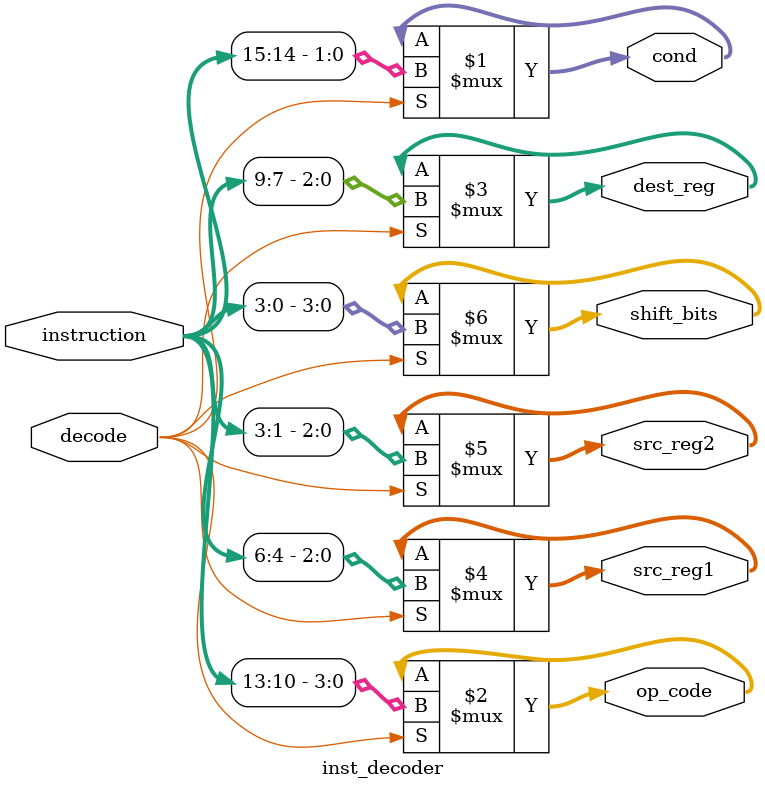
<source format=v>
module inst_decoder(decode, instruction, cond, op_code, dest_reg, src_reg1, src_reg2, shift_bits);
input [15:0] instruction;
input decode;
output [3:0] op_code, shift_bits;
output [2:0] dest_reg, src_reg1, src_reg2;
output [1:0] cond;

assign cond = (decode) ? instruction[15:14] : cond;
assign op_code = (decode) ? instruction[13:10] : op_code;
assign dest_reg = (decode) ? instruction[9:7] : dest_reg;
assign src_reg1 = (decode) ? instruction[6:4] : src_reg1;
assign src_reg2 = (decode) ? instruction[3:1] : src_reg2;
assign shift_bits = (decode) ? instruction[3:0] : shift_bits;

endmodule

</source>
